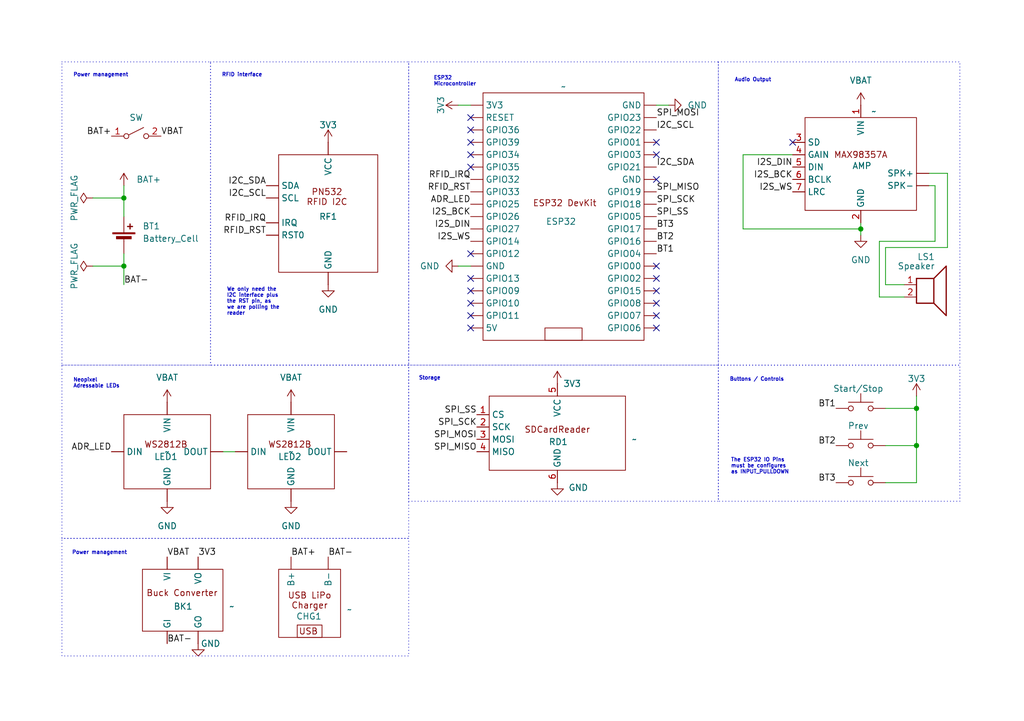
<source format=kicad_sch>
(kicad_sch (version 20250114) (generator "eeschema") (generator_version "9.0")
  (paper "A5")
  (title_block (title "ESP32 Musikbox") (rev "1.0") (company "Mirko Sertic"))
  (lib_symbols
    (symbol "Device:Battery_Cell" (pin_numbers (hide yes)) (pin_names (offset 0) (hide yes))
      (property "Reference" "BT" (at 2.54 2.54 0))
      (property "Value" "Battery_Cell" (at 2.54 0 0))
      (symbol "Battery_Cell_0_1"
        (rectangle (start -2.286 1.778) (end 2.286 1.524) (fill (type outline)))
        (rectangle (start -1.524 1.016) (end 1.524 0.508) (fill (type outline)))
        (polyline (pts (xy 0 1.778) (xy 0 2.54)))
        (polyline (pts (xy 0 0.762) (xy 0 0)))
        (polyline (pts (xy 0.762 3.048) (xy 1.778 3.048)) (stroke (width 0.254)))
        (polyline (pts (xy 1.27 3.556) (xy 1.27 2.54)) (stroke (width 0.254)))
      )
      (symbol "Battery_Cell_1_1"
        (pin passive line (at 0 5.08 270) (length 2.54) (name "+") (number "1"))
        (pin passive line (at 0 -2.54 90) (length 2.54) (name "-") (number "2"))
      )
    )
    (symbol "Device:Speaker" (pin_names (offset 0) (hide yes))
      (property "Reference" "LS" (at 1.27 5.715 0))
      (property "Value" "Speaker" (at 1.27 3.81 0))
      (symbol "Speaker_0_0"
        (rectangle (start -2.54 1.27) (end 1.016 -3.81) (stroke (width 0.254)))
        (polyline (pts (xy 1.016 1.27) (xy 3.556 3.81) (xy 3.556 -6.35) (xy 1.016 -3.81)) (stroke (width 0.254)))
      )
      (symbol "Speaker_1_1"
        (pin input line (at -5.08 0 0) (length 2.54) (name "1") (number "1"))
        (pin input line (at -5.08 -2.54 0) (length 2.54) (name "2") (number "2"))
      )
    )
    (symbol "Switch:SW_DPST_x2" (pin_names (offset 0) (hide yes))
      (property "Reference" "SW" (at 0 3.175 0))
      (property "Value" "SW_DPST_x2" (at 0 -2.54 0))
      (symbol "SW_DPST_x2_0_0"
        (circle (center -2.032 0) (radius 0.508))
        (polyline (pts (xy -1.524 0.254) (xy 1.524 1.778)))
        (circle (center 2.032 0) (radius 0.508))
      )
      (symbol "SW_DPST_x2_1_1"
        (pin passive line (at -5.08 0 0) (length 2.54) (name "A") (number "1"))
        (pin passive line (at 5.08 0 180) (length 2.54) (name "B") (number "2"))
      )
      (symbol "SW_DPST_x2_2_1"
        (pin passive line (at -5.08 0 0) (length 2.54) (name "A") (number "3"))
        (pin passive line (at 5.08 0 180) (length 2.54) (name "B") (number "4"))
      )
    )
    (symbol "Switch:SW_Push" (pin_numbers (hide yes)) (pin_names (offset 1.016) (hide yes))
      (property "Reference" "SW" (at 1.27 2.54 0))
      (property "Value" "SW_Push" (at 0 -1.524 0))
      (symbol "SW_Push_0_1"
        (circle (center -2.032 0) (radius 0.508))
        (polyline (pts (xy 0 1.27) (xy 0 3.048)))
        (circle (center 2.032 0) (radius 0.508))
        (polyline (pts (xy 2.54 1.27) (xy -2.54 1.27)))
        (pin passive line (at -5.08 0 0) (length 2.54) (name "1") (number "1"))
        (pin passive line (at 5.08 0 180) (length 2.54) (name "2") (number "2"))
      )
    )
    (symbol "WS2812B_1"
      (property "Reference" "U" (at 0 -1.524 0))
      (symbol "WS2812B_1_0_1"
        (rectangle (start -8.89 7.62) (end 8.89 -7.62))
      )
      (symbol "WS2812B_1_1_1"
        (text "WS2812B" (at -0.254 1.524 0) (effects (font (size 1.27 1.27))))
        (pin input line (at -11.43 0 0) (length 2.54) (name "DIN") (number ""))
        (pin power_in line (at 0 10.16 270) (length 2.54) (name "VIN") (number ""))
        (pin power_in line (at 0 -10.16 90) (length 2.54) (name "GND") (number ""))
        (pin output line (at 11.43 0 180) (length 2.54) (name "DOUT") (number ""))
      )
    )
    (symbol "custom_parts:BuckConverter"
      (property "Reference" "U" (at 0.254 -0.254 0))
      (symbol "BuckConverter_0_1"
        (rectangle (start -7.62 7.62) (end 8.89 -5.08))
      )
      (symbol "BuckConverter_1_1"
        (text "Buck Converter\n" (at 0.508 2.794 0) (effects (font (size 1.27 1.27))))
        (pin power_in line (at -2.54 10.16 270) (length 2.54) (name "VI") (number ""))
        (pin power_in line (at -2.54 -7.62 90) (length 2.54) (name "GI") (number ""))
        (pin power_in line (at 3.81 10.16 270) (length 2.54) (name "VO") (number ""))
        (pin power_in line (at 3.81 -7.62 90) (length 2.54) (name "GO") (number ""))
      )
    )
    (symbol "custom_parts:ESP32_DevKitC"
      (property "Reference" "U" (at 0 0 0))
      (symbol "ESP32_DevKitC_0_1"
        (rectangle (start -16.51 27.94) (end 16.51 -22.86))
        (rectangle (start -3.81 -20.32) (end 3.81 -22.86))
      )
      (symbol "ESP32_DevKitC_1_1"
        (text "ESP32 DevKit" (at 0.254 5.334 0) (effects (font (size 1.27 1.27))))
        (pin power_in line (at -19.05 25.4 0) (length 2.54) (name "3V3") (number ""))
        (pin input line (at -19.05 22.86 0) (length 2.54) (name "RESET") (number ""))
        (pin input line (at -19.05 20.32 0) (length 2.54) (name "GPIO36") (number ""))
        (pin input line (at -19.05 17.78 0) (length 2.54) (name "GPIO39") (number ""))
        (pin input line (at -19.05 15.24 0) (length 2.54) (name "GPIO34") (number ""))
        (pin input line (at -19.05 12.7 0) (length 2.54) (name "GPIO35") (number ""))
        (pin bidirectional line (at -19.05 10.16 0) (length 2.54) (name "GPIO32") (number ""))
        (pin bidirectional line (at -19.05 7.62 0) (length 2.54) (name "GPIO33") (number ""))
        (pin bidirectional line (at -19.05 5.08 0) (length 2.54) (name "GPIO25") (number ""))
        (pin bidirectional line (at -19.05 2.54 0) (length 2.54) (name "GPIO26") (number ""))
        (pin bidirectional line (at -19.05 0 0) (length 2.54) (name "GPIO27") (number ""))
        (pin bidirectional line (at -19.05 -2.54 0) (length 2.54) (name "GPIO14") (number ""))
        (pin bidirectional line (at -19.05 -5.08 0) (length 2.54) (name "GPIO12") (number ""))
        (pin power_in line (at -19.05 -7.62 0) (length 2.54) (name "GND") (number ""))
        (pin bidirectional line (at -19.05 -10.16 0) (length 2.54) (name "GPIO13") (number ""))
        (pin bidirectional line (at -19.05 -12.7 0) (length 2.54) (name "GPIO09") (number ""))
        (pin bidirectional line (at -19.05 -15.24 0) (length 2.54) (name "GPIO10") (number ""))
        (pin bidirectional line (at -19.05 -17.78 0) (length 2.54) (name "GPIO11") (number ""))
        (pin power_in line (at -19.05 -20.32 0) (length 2.54) (name "5V") (number ""))
        (pin power_in line (at 19.05 25.4 180) (length 2.54) (name "GND") (number ""))
        (pin bidirectional line (at 19.05 22.86 180) (length 2.54) (name "GPIO23") (number ""))
        (pin bidirectional line (at 19.05 20.32 180) (length 2.54) (name "GPIO22") (number ""))
        (pin bidirectional line (at 19.05 17.78 180) (length 2.54) (name "GPIO01") (number ""))
        (pin bidirectional line (at 19.05 15.24 180) (length 2.54) (name "GPIO03") (number ""))
        (pin bidirectional line (at 19.05 12.7 180) (length 2.54) (name "GPIO21") (number ""))
        (pin input line (at 19.05 10.16 180) (length 2.54) (name "GND") (number ""))
        (pin bidirectional line (at 19.05 7.62 180) (length 2.54) (name "GPIO19") (number ""))
        (pin bidirectional line (at 19.05 5.08 180) (length 2.54) (name "GPIO18") (number ""))
        (pin bidirectional line (at 19.05 2.54 180) (length 2.54) (name "GPIO05") (number ""))
        (pin bidirectional line (at 19.05 0 180) (length 2.54) (name "GPIO17") (number ""))
        (pin bidirectional line (at 19.05 -2.54 180) (length 2.54) (name "GPIO16") (number ""))
        (pin bidirectional line (at 19.05 -5.08 180) (length 2.54) (name "GPIO04") (number ""))
        (pin bidirectional line (at 19.05 -7.62 180) (length 2.54) (name "GPIO00") (number ""))
        (pin bidirectional line (at 19.05 -10.16 180) (length 2.54) (name "GPIO02") (number ""))
        (pin bidirectional line (at 19.05 -12.7 180) (length 2.54) (name "GPIO15") (number ""))
        (pin bidirectional line (at 19.05 -15.24 180) (length 2.54) (name "GPIO08") (number ""))
        (pin bidirectional line (at 19.05 -17.78 180) (length 2.54) (name "GPIO07") (number ""))
        (pin bidirectional line (at 19.05 -20.32 180) (length 2.54) (name "GPIO06") (number ""))
      )
    )
    (symbol "custom_parts:MAX98357A"
      (property "Reference" "U" (at 0 -0.254 0))
      (symbol "MAX98357A_0_1"
        (rectangle (start -11.43 10.16) (end 11.43 -8.89))
      )
      (symbol "MAX98357A_1_1"
        (text "MAX98357A\n" (at 0 2.54 0) (effects (font (size 1.27 1.27))))
        (pin input line (at -13.97 5.08 0) (length 2.54) (name "SD") (number "3"))
        (pin input line (at -13.97 2.54 0) (length 2.54) (name "GAIN") (number "4"))
        (pin input line (at -13.97 0 0) (length 2.54) (name "DIN") (number "5"))
        (pin input line (at -13.97 -2.54 0) (length 2.54) (name "BCLK") (number "6"))
        (pin input line (at -13.97 -5.08 0) (length 2.54) (name "LRC") (number "7"))
        (pin power_in line (at 0 12.7 270) (length 2.54) (name "VIN") (number "1"))
        (pin power_in line (at 0 -11.43 90) (length 2.54) (name "GND") (number "2"))
        (pin output line (at 13.97 -1.27 180) (length 2.54) (name "SPK+") (number ""))
        (pin output line (at 13.97 -3.81 180) (length 2.54) (name "SPK-") (number ""))
      )
    )
    (symbol "custom_parts:PN532"
      (property "Reference" "U" (at 0 0 0))
      (symbol "PN532_0_1"
        (rectangle (start -10.16 12.7) (end 10.16 -11.43))
      )
      (symbol "PN532_1_1"
        (text "PN532\nRFID I2C" (at -0.254 4.064 0) (effects (font (size 1.27 1.27))))
        (pin bidirectional line (at -12.7 6.35 0) (length 2.54) (name "SDA") (number ""))
        (pin input line (at -12.7 3.81 0) (length 2.54) (name "SCL") (number ""))
        (pin output line (at -12.7 -1.27 0) (length 2.54) (name "IRQ") (number ""))
        (pin input line (at -12.7 -3.81 0) (length 2.54) (name "RST0") (number ""))
        (pin power_in line (at 0 15.24 270) (length 2.54) (name "VCC") (number ""))
        (pin power_in line (at 0 -13.97 90) (length 2.54) (name "GND") (number ""))
      )
    )
    (symbol "custom_parts:SDCardReader"
      (property "Reference" "U" (at -0.254 -1.524 0))
      (symbol "SDCardReader_0_1"
        (rectangle (start -13.97 7.62) (end 13.97 -7.62))
      )
      (symbol "SDCardReader_1_1"
        (text "SDCardReader" (at 0 0.762 0) (effects (font (size 1.27 1.27))))
        (pin bidirectional line (at -16.51 3.81 0) (length 2.54) (name "CS") (number "1"))
        (pin bidirectional line (at -16.51 1.27 0) (length 2.54) (name "SCK") (number "2"))
        (pin bidirectional line (at -16.51 -1.27 0) (length 2.54) (name "MOSI") (number "3"))
        (pin bidirectional line (at -16.51 -3.81 0) (length 2.54) (name "MISO") (number "4"))
        (pin power_in line (at 0 10.16 270) (length 2.54) (name "VCC") (number "5"))
        (pin power_in line (at 0 -10.16 90) (length 2.54) (name "GND") (number "6"))
      )
    )
    (symbol "custom_parts:USBLiPo"
      (property "Reference" "U" (at 0 -1.016 0))
      (symbol "USBLiPo_0_1"
        (rectangle (start -6.35 8.89) (end 6.35 -5.08))
        (rectangle (start -2.54 -2.54) (end 2.54 -5.08))
      )
      (symbol "USBLiPo_1_1"
        (text "USB" (at -0.254 -3.81 0) (effects (font (size 1.27 1.27))))
        (text "USB LiPo\nCharger" (at 0 2.54 0) (effects (font (size 1.27 1.27))))
        (pin power_in line (at -3.81 11.43 270) (length 2.54) (name "B+") (number ""))
        (pin power_in line (at 3.81 11.43 270) (length 2.54) (name "B-") (number ""))
      )
    )
    (symbol "custom_parts:WS2812B"
      (property "Reference" "U" (at 0 -1.524 0))
      (symbol "WS2812B_0_1"
        (rectangle (start -8.89 7.62) (end 8.89 -7.62))
      )
      (symbol "WS2812B_1_1"
        (text "WS2812B" (at -0.254 1.524 0) (effects (font (size 1.27 1.27))))
        (pin input line (at -11.43 0 0) (length 2.54) (name "DIN") (number ""))
        (pin power_in line (at 0 10.16 270) (length 2.54) (name "VIN") (number ""))
        (pin power_in line (at 0 -10.16 90) (length 2.54) (name "GND") (number ""))
        (pin output line (at 11.43 0 180) (length 2.54) (name "DOUT") (number ""))
      )
    )
    (symbol "power:+3V8" (power) (pin_numbers (hide yes)) (pin_names (offset 0) (hide yes))
      (property "Value" "+3V8" (at 0 3.556 0))
      (symbol "+3V8_0_1"
        (polyline (pts (xy -0.762 1.27) (xy 0 2.54)))
        (polyline (pts (xy 0 2.54) (xy 0.762 1.27)))
        (polyline (pts (xy 0 0) (xy 0 2.54)))
      )
      (symbol "+3V8_1_1"
        (pin power_in line (at 0 0 90) (length 0) (name "~") (number "1"))
      )
    )
    (symbol "power:+5V" (power) (pin_numbers (hide yes)) (pin_names (offset 0) (hide yes))
      (property "Value" "+5V" (at 0 3.556 0))
      (symbol "+5V_0_1"
        (polyline (pts (xy -0.762 1.27) (xy 0 2.54)))
        (polyline (pts (xy 0 2.54) (xy 0.762 1.27)))
        (polyline (pts (xy 0 0) (xy 0 2.54)))
      )
      (symbol "+5V_1_1"
        (pin power_in line (at 0 0 90) (length 0) (name "~") (number "1"))
      )
    )
    (symbol "power:GND" (power) (pin_numbers (hide yes)) (pin_names (offset 0) (hide yes))
      (property "Value" "GND" (at 0 -3.81 0))
      (symbol "GND_0_1"
        (polyline (pts (xy 0 0) (xy 0 -1.27) (xy 1.27 -1.27) (xy 0 -2.54) (xy -1.27 -1.27) (xy 0 -1.27)))
      )
      (symbol "GND_1_1"
        (pin power_in line (at 0 0 270) (length 0) (name "~") (number "1"))
      )
    )
    (symbol "power:PWR_FLAG" (power) (pin_numbers (hide yes)) (pin_names (offset 0) (hide yes))
      (property "Value" "PWR_FLAG" (at 0 3.81 0))
      (symbol "PWR_FLAG_0_0"
        (pin power_out line (at 0 0 90) (length 0) (name "~") (number "1"))
      )
      (symbol "PWR_FLAG_0_1"
        (polyline (pts (xy 0 0) (xy 0 1.27) (xy -1.016 1.905) (xy 0 2.54) (xy 1.016 1.905) (xy 0 1.27)))
      )
    )
  )
  (rectangle (start 43.18 12.7) (end 83.82 74.93) (stroke (width 0) (type dot)))
  (rectangle (start 12.7 110.49) (end 83.82 134.62) (stroke (width 0) (type dot)))
  (rectangle (start 147.32 74.93) (end 196.85 102.87) (stroke (width 0) (type dot)))
  (rectangle (start 83.82 12.7) (end 147.32 74.93) (stroke (width 0) (type dot)))
  (rectangle (start 83.82 74.93) (end 147.32 102.87) (stroke (width 0) (type dot)))
  (rectangle (start 147.32 12.7) (end 196.85 74.93) (stroke (width 0) (type dot)))
  (rectangle (start 12.7 12.7) (end 43.18 74.93) (stroke (width 0) (type dot)))
  (rectangle (start 12.7 74.93) (end 83.82 110.49) (stroke (width 0) (type dot)))
  (text "Power management\n" (at 14.986 15.494 0) (effects (font (size 0.762 0.762)) (justify left)))
  (text "Audio Output\n" (at 150.622 16.51 0) (effects (font (size 0.762 0.762)) (justify left)))
  (text "Storage\n" (at 85.852 77.724 0) (effects (font (size 0.762 0.762)) (justify left)))
  (text "Buttons / Controls" (at 149.606 77.978 0) (effects (font (size 0.762 0.762)) (justify left)))
  (text "RFID interface\n" (at 45.466 15.494 0) (effects (font (size 0.762 0.762)) (justify left)))
  (text "Power management " (at 14.732 113.538 0) (effects (font (size 0.762 0.762)) (justify left)))
  (text "We only need the\nI2C interface plus\nthe RST pin, as\nwe are polling the\nreader" (at 46.482 61.976 0) (effects (font (size 0.762 0.762)) (justify left)))
  (text "Neopixel \nAdressable LEDs" (at 14.986 78.74 0) (effects (font (size 0.762 0.762)) (justify left)))
  (text "The ESP32 IO Pins\nmust be configures\nas INPUT_PULLDOWN" (at 149.86 95.758 0) (effects (font (size 0.762 0.762)) (justify left)))
  (text "ESP32\nMicrocontroller" (at 88.9 16.764 0) (effects (font (size 0.762 0.762)) (justify left)))
  (junction (at 25.4 40.64))
  (junction (at 25.4 54.61))
  (junction (at 187.96 91.44))
  (junction (at 187.96 83.82))
  (junction (at 176.53 46.99))
  (no_connect (at 96.52 31.75))
  (no_connect (at 96.52 34.29))
  (no_connect (at 96.52 26.67))
  (no_connect (at 162.56 29.21))
  (no_connect (at 96.52 57.15))
  (no_connect (at 134.62 29.21))
  (no_connect (at 96.52 59.69))
  (no_connect (at 134.62 36.83))
  (no_connect (at 96.52 24.13))
  (no_connect (at 96.52 64.77))
  (no_connect (at 134.62 67.31))
  (no_connect (at 134.62 54.61))
  (no_connect (at 134.62 62.23))
  (no_connect (at 134.62 64.77))
  (no_connect (at 134.62 57.15))
  (no_connect (at 134.62 31.75))
  (no_connect (at 96.52 62.23))
  (no_connect (at 134.62 59.69))
  (no_connect (at 96.52 67.31))
  (no_connect (at 96.52 52.07))
  (no_connect (at 96.52 29.21))
  (wire (pts (xy 152.4 46.99) (xy 176.53 46.99)))
  (wire (pts (xy 181.61 91.44) (xy 187.96 91.44)))
  (wire (pts (xy 181.61 50.8) (xy 181.61 58.42)))
  (wire (pts (xy 19.05 54.61) (xy 25.4 54.61)))
  (wire (pts (xy 93.98 54.61) (xy 96.52 54.61)))
  (wire (pts (xy 181.61 83.82) (xy 187.96 83.82)))
  (wire (pts (xy 191.77 49.53) (xy 180.34 49.53)))
  (wire (pts (xy 181.61 99.06) (xy 187.96 99.06)))
  (wire (pts (xy 45.72 92.71) (xy 48.26 92.71)))
  (wire (pts (xy 187.96 83.82) (xy 187.96 91.44)))
  (wire (pts (xy 181.61 58.42) (xy 185.42 58.42)))
  (wire (pts (xy 180.34 49.53) (xy 180.34 60.96)))
  (wire (pts (xy 190.5 35.56) (xy 194.31 35.56)))
  (wire (pts (xy 194.31 35.56) (xy 194.31 50.8)))
  (wire (pts (xy 176.53 48.26) (xy 176.53 46.99)))
  (wire (pts (xy 176.53 46.99) (xy 176.53 45.72)))
  (wire (pts (xy 190.5 38.1) (xy 191.77 38.1)))
  (wire (pts (xy 152.4 31.75) (xy 152.4 46.99)))
  (wire (pts (xy 19.05 40.64) (xy 25.4 40.64)))
  (wire (pts (xy 162.56 31.75) (xy 152.4 31.75)))
  (wire (pts (xy 194.31 50.8) (xy 181.61 50.8)))
  (wire (pts (xy 134.62 21.59) (xy 137.16 21.59)))
  (wire (pts (xy 25.4 54.61) (xy 25.4 52.07)))
  (wire (pts (xy 187.96 99.06) (xy 187.96 91.44)))
  (wire (pts (xy 93.98 21.59) (xy 96.52 21.59)))
  (wire (pts (xy 25.4 38.1) (xy 25.4 40.64)))
  (wire (pts (xy 180.34 60.96) (xy 185.42 60.96)))
  (wire (pts (xy 191.77 38.1) (xy 191.77 49.53)))
  (wire (pts (xy 25.4 58.42) (xy 25.4 54.61)))
  (wire (pts (xy 187.96 81.28) (xy 187.96 83.82)))
  (wire (pts (xy 25.4 40.64) (xy 25.4 44.45)))
  (label "BT2" (at 134.62 49.53 0))
  (label "SPI_SS" (at 97.79 85.09 180))
  (label "BAT+" (at 22.86 27.94 180))
  (label "BAT-" (at 25.4 58.42 0))
  (label "I2C_SDA" (at 134.62 34.29 0))
  (label "I2C_SCL" (at 54.61 40.64 180))
  (label "BT1" (at 171.45 83.82 180))
  (label "I2S_WS" (at 162.56 39.37 180))
  (label "BAT-" (at 67.31 114.3 0))
  (label "BT3" (at 134.62 46.99 0))
  (label "BT3" (at 171.45 99.06 180))
  (label "I2S_DIN" (at 162.56 34.29 180))
  (label "SPI_MOSI" (at 134.62 24.13 0))
  (label "VBAT" (at 33.02 27.94 0))
  (label "I2S_DIN" (at 96.52 46.99 180))
  (label "VBAT" (at 34.29 114.3 0))
  (label "BAT+" (at 59.69 114.3 0))
  (label "3V3" (at 40.64 114.3 0))
  (label "BAT-" (at 34.29 132.08 0))
  (label "I2S_WS" (at 96.52 49.53 180))
  (label "I2C_SDA" (at 54.61 38.1 180))
  (label "RFID_RST" (at 96.52 39.37 180))
  (label "SPI_SCK" (at 97.79 87.63 180))
  (label "I2S_BCK" (at 162.56 36.83 180))
  (label "SPI_SS" (at 134.62 44.45 0))
  (label "SPI_MOSI" (at 97.79 90.17 180))
  (label "I2S_BCK" (at 96.52 44.45 180))
  (label "BT1" (at 134.62 52.07 0))
  (label "ADR_LED" (at 96.52 41.91 180))
  (label "SPI_MISO" (at 97.79 92.71 180))
  (label "ADR_LED" (at 22.86 92.71 180))
  (label "RFID_IRQ" (at 54.61 45.72 180))
  (label "RFID_RST" (at 54.61 48.26 180))
  (label "BT2" (at 171.45 91.44 180))
  (label "RFID_IRQ" (at 96.52 36.83 180))
  (label "SPI_MISO" (at 134.62 39.37 0))
  (label "I2C_SCL" (at 134.62 26.67 0))
  (label "SPI_SCK" (at 134.62 41.91 0))
  (symbol (lib_id "Switch:SW_Push") (at 176.53 99.06 0) (unit 1)
    (property "Reference" "Next" (at 176.022 94.996 0))
    (property "Value" "Button" (effects (hide yes)))
    (property "Description" "Push button switch, generic, two pins" (effects (hide yes)))
  )
  (symbol (lib_id "power:GND") (at 34.29 102.87 0) (unit 1)
    (property "Reference" "#PWR08" (effects (hide yes)))
    (property "Value" "GND" (at 34.29 107.95 0))
    (property "Description" "Power symbol creates a global label with name \"GND\" , ground" (effects (hide yes)))
  )
  (symbol (lib_id "power:GND") (at 114.3 99.06 0) (unit 1)
    (property "Reference" "#PWR014" (effects (hide yes)))
    (property "Value" "GND" (at 118.618 100.076 0))
    (property "Description" "Power symbol creates a global label with name \"GND\" , ground" (effects (hide yes)))
  )
  (symbol (lib_id "power:GND") (at 67.31 58.42 0) (unit 1)
    (property "Reference" "#PWR03" (effects (hide yes)))
    (property "Value" "GND" (at 67.31 63.5 0))
    (property "Description" "Power symbol creates a global label with name \"GND\" , ground" (effects (hide yes)))
  )
  (symbol (lib_id "power:GND") (at 137.16 21.59 90) (unit 1)
    (property "Reference" "#PWR04" (effects (hide yes)))
    (property "Value" "GND" (at 140.97 21.5899 90) (effects (justify right)))
    (property "Description" "Power symbol creates a global label with name \"GND\" , ground" (effects (hide yes)))
  )
  (symbol (lib_id "Switch:SW_Push") (at 176.53 91.44 0) (unit 1)
    (property "Reference" "Prev" (at 176.022 87.376 0))
    (property "Value" "Button" (effects (hide yes)))
    (property "Description" "Push button switch, generic, two pins" (effects (hide yes)))
  )
  (symbol (lib_id "Device:Battery_Cell") (at 25.4 49.53 0) (unit 1)
    (property "Reference" "BT1" (at 29.21 46.4184 0) (effects (justify left)))
    (property "Value" "Battery_Cell" (at 29.21 48.9584 0) (effects (justify left)))
    (property "Description" "Single-cell battery" (effects (hide yes)))
  )
  (symbol (lib_id "custom_parts:WS2812B") (at 59.69 92.71 0) (unit 1)
    (property "Reference" "LED2" (at 59.436 93.726 0))
    (property "Value" "~" (at 59.69 92.71 0))
  )
  (symbol (lib_id "custom_parts:MAX98357A") (at 176.53 34.29 0) (unit 1)
    (property "Reference" "AMP" (at 174.752 34.036 0) (effects (justify left)))
    (property "Value" "~" (at 178.6733 22.86 0) (effects (justify left)))
  )
  (symbol (lib_id "custom_parts:PN532") (at 67.31 44.45 0) (unit 1)
    (property "Reference" "RF1" (at 67.31 44.45 0))
    (property "Value" "~" (at 67.31 44.45 0))
  )
  (symbol (lib_id "custom_parts:SDCardReader") (at 114.3 88.9 0) (unit 1)
    (property "Reference" "RD1" (at 112.522 90.678 0) (effects (justify left)))
    (property "Value" "~" (at 129.54 90.17 0) (effects (justify left)))
  )
  (symbol (lib_id "power:+3V8") (at 59.69 82.55 0) (unit 1)
    (property "Reference" "#PWR010" (effects (hide yes)))
    (property "Value" "VBAT" (at 59.69 77.47 0))
    (property "Description" "Power symbol creates a global label with name \"+3V8\"" (effects (hide yes)))
  )
  (symbol (lib_id "power:+3V8") (at 176.53 21.59 0) (unit 1)
    (property "Reference" "#PWR013" (effects (hide yes)))
    (property "Value" "VBAT" (at 176.53 16.51 0))
    (property "Description" "Power symbol creates a global label with name \"+3V8\"" (effects (hide yes)))
  )
  (symbol (lib_id "power:PWR_FLAG") (at 19.05 54.61 90) (unit 1)
    (property "Reference" "#FLG02" (effects (hide yes)))
    (property "Value" "PWR_FLAG" (at 15.24 54.61 0))
    (property "Description" "Special symbol for telling ERC where power comes from" (effects (hide yes)))
  )
  (symbol (lib_name "WS2812B_1") (lib_id "custom_parts:WS2812B") (at 34.29 92.71 0) (unit 1)
    (property "Reference" "LED1" (at 34.036 93.726 0))
    (property "Value" "~" (at 34.29 92.71 0))
  )
  (symbol (lib_id "power:+5V") (at 187.96 81.28 0) (unit 1)
    (property "Reference" "#PWR016" (effects (hide yes)))
    (property "Value" "3V3" (at 187.96 77.724 0))
    (property "Description" "Power symbol creates a global label with name \"+5V\"" (effects (hide yes)))
  )
  (symbol (lib_id "power:GND") (at 40.64 132.08 0) (unit 1)
    (property "Reference" "#PWR01" (effects (hide yes)))
    (property "Value" "GND" (at 43.18 132.08 0))
    (property "Description" "Power symbol creates a global label with name \"GND\" , ground" (effects (hide yes)))
  )
  (symbol (lib_id "Device:Speaker") (at 190.5 58.42 0) (unit 1)
    (property "Reference" "LS1" (at 191.77 52.705 0) (effects (justify right)))
    (property "Value" "Speaker" (at 191.77 54.61 0) (effects (justify right)))
    (property "Description" "Speaker" (effects (hide yes)))
  )
  (symbol (lib_id "Switch:SW_DPST_x2") (at 27.94 27.94 0) (unit 1)
    (property "Reference" "SW1" (effects (hide yes)))
    (property "Value" "SW" (at 27.94 24.13 0))
    (property "Description" "Single Pole Single Throw (SPST) switch, separate symbol" (effects (hide yes)))
  )
  (symbol (lib_id "power:GND") (at 176.53 48.26 0) (unit 1)
    (property "Reference" "#PWR011" (effects (hide yes)))
    (property "Value" "GND" (at 176.53 53.34 0))
    (property "Description" "Power symbol creates a global label with name \"GND\" , ground" (effects (hide yes)))
  )
  (symbol (lib_id "custom_parts:ESP32_DevKitC") (at 115.57 46.99 0) (unit 1)
    (property "Reference" "ESP32" (at 115.062 45.466 0))
    (property "Value" "~" (at 115.57 17.78 0))
  )
  (symbol (lib_id "power:+5V") (at 93.98 21.59 90) (unit 1)
    (property "Reference" "#PWR06" (effects (hide yes)))
    (property "Value" "3V3" (at 90.424 21.59 0))
    (property "Description" "Power symbol creates a global label with name \"+5V\"" (effects (hide yes)))
  )
  (symbol (lib_id "power:+5V") (at 114.3 78.74 0) (unit 1)
    (property "Reference" "#PWR015" (effects (hide yes)))
    (property "Value" "3V3" (at 117.348 78.74 0))
    (property "Description" "Power symbol creates a global label with name \"+5V\"" (effects (hide yes)))
  )
  (symbol (lib_id "power:GND") (at 59.69 102.87 0) (unit 1)
    (property "Reference" "#PWR012" (effects (hide yes)))
    (property "Value" "GND" (at 59.69 107.95 0))
    (property "Description" "Power symbol creates a global label with name \"GND\" , ground" (effects (hide yes)))
  )
  (symbol (lib_id "custom_parts:BuckConverter") (at 36.83 124.46 0) (unit 1)
    (property "Reference" "BK1" (at 35.56 124.46 0) (effects (justify left)))
    (property "Value" "~" (at 46.99 124.46 0) (effects (justify left)))
  )
  (symbol (lib_id "power:+5V") (at 67.31 29.21 0) (unit 1)
    (property "Reference" "#PWR07" (effects (hide yes)))
    (property "Value" "3V3" (at 67.31 25.654 0))
    (property "Description" "Power symbol creates a global label with name \"+5V\"" (effects (hide yes)))
  )
  (symbol (lib_id "power:PWR_FLAG") (at 19.05 40.64 90) (unit 1)
    (property "Reference" "#FLG01" (effects (hide yes)))
    (property "Value" "PWR_FLAG" (at 15.24 40.64 0))
    (property "Description" "Special symbol for telling ERC where power comes from" (effects (hide yes)))
  )
  (symbol (lib_id "Switch:SW_Push") (at 176.53 83.82 0) (unit 1)
    (property "Reference" "Start/Stop" (at 176.022 79.756 0))
    (property "Value" "Button" (effects (hide yes)))
    (property "Description" "Push button switch, generic, two pins" (effects (hide yes)))
  )
  (symbol (lib_id "power:GND") (at 93.98 54.61 270) (mirror x) (unit 1)
    (property "Reference" "#PWR05" (effects (hide yes)))
    (property "Value" "GND" (at 90.17 54.6099 90) (effects (justify right)))
    (property "Description" "Power symbol creates a global label with name \"GND\" , ground" (effects (hide yes)))
  )
  (symbol (lib_id "power:+3V8") (at 34.29 82.55 0) (unit 1)
    (property "Reference" "#PWR09" (effects (hide yes)))
    (property "Value" "VBAT" (at 34.29 77.47 0))
    (property "Description" "Power symbol creates a global label with name \"+3V8\"" (effects (hide yes)))
  )
  (symbol (lib_id "power:+5V") (at 25.4 38.1 0) (unit 1)
    (property "Reference" "#PWR02" (effects (hide yes)))
    (property "Value" "BAT+" (at 27.94 36.8299 0) (effects (justify left)))
    (property "Description" "Power symbol creates a global label with name \"+5V\"" (effects (hide yes)))
  )
  (symbol (lib_id "custom_parts:USBLiPo") (at 63.5 125.73 0) (unit 1)
    (property "Reference" "CHG1" (at 60.706 126.492 0) (effects (justify left)))
    (property "Value" "~" (at 71.12 125.095 0) (effects (justify left)))
  )
)
</source>
